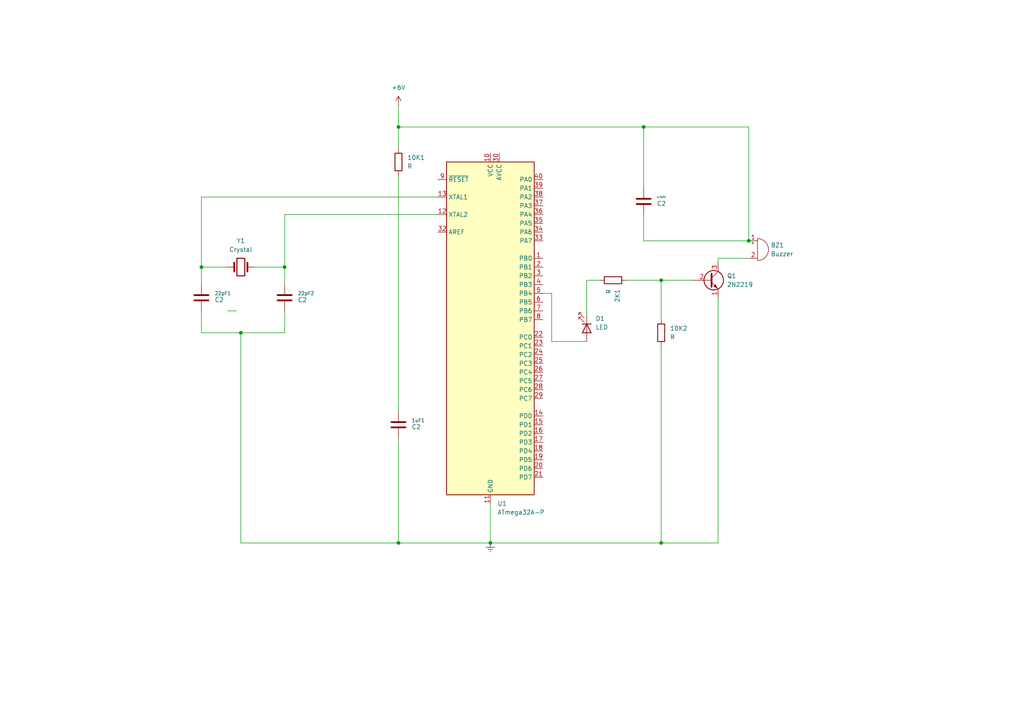
<source format=kicad_sch>
(kicad_sch (version 20211123) (generator eeschema)
  (paper "A4")
  (lib_symbols
    (symbol "Device:Buzzer" (pin_names (offset 0.0254) hide)
      (property "Reference" "BZ" (at 3.81 1.27 0))
      (property "Value" "Buzzer" (at 3.81 -1.27 0))
      (symbol "Buzzer_0_1"
        (arc (start 0 -3.175) (mid 3.175 0) (end 0 3.175))
        (polyline (pts (xy -1.651 1.905) (xy -1.143 1.905)))
        (polyline (pts (xy -1.397 2.159) (xy -1.397 1.651)))
        (polyline (pts (xy 0 3.175) (xy 0 -3.175)))
      )
      (symbol "Buzzer_1_1"
        (pin passive line (at -2.54 2.54 0) (length 2.54) (name "-") (number "1"))
        (pin passive line (at -2.54 -2.54 0) (length 2.54) (name "+") (number "2"))
      )
    )
    (symbol "Device:C" (pin_numbers hide) (pin_names (offset 0.254))
      (property "Reference" "C" (at 0.635 2.54 0))
      (property "Value" "C" (at 0.635 -2.54 0))
      (symbol "C_0_1"
        (polyline (pts (xy -2.032 -0.762) (xy 2.032 -0.762)) (stroke (width 0.508)))
        (polyline (pts (xy -2.032 0.762) (xy 2.032 0.762)) (stroke (width 0.508)))
      )
      (symbol "C_1_1"
        (pin passive line (at 0 3.81 270) (length 2.794) (name "~") (number "1"))
        (pin passive line (at 0 -3.81 90) (length 2.794) (name "~") (number "2"))
      )
    )
    (symbol "Device:Crystal" (pin_numbers hide) (pin_names (offset 1.016) hide)
      (property "Reference" "Y" (at 0 3.81 0))
      (property "Value" "Crystal" (at 0 -3.81 0))
      (symbol "Crystal_0_1"
        (rectangle (start -1.143 2.54) (end 1.143 -2.54) (stroke (width 0.3048)))
        (polyline (pts (xy -2.54 0) (xy -1.905 0)))
        (polyline (pts (xy -1.905 -1.27) (xy -1.905 1.27)) (stroke (width 0.508)))
        (polyline (pts (xy 1.905 -1.27) (xy 1.905 1.27)) (stroke (width 0.508)))
        (polyline (pts (xy 2.54 0) (xy 1.905 0)))
      )
      (symbol "Crystal_1_1"
        (pin passive line (at -3.81 0 0) (length 1.27) (name "1") (number "1"))
        (pin passive line (at 3.81 0 180) (length 1.27) (name "2") (number "2"))
      )
    )
    (symbol "Device:LED" (pin_numbers hide) (pin_names (offset 1.016) hide)
      (property "Reference" "D" (at 0 2.54 0))
      (property "Value" "LED" (at 0 -2.54 0))
      (symbol "LED_0_1"
        (polyline (pts (xy -1.27 -1.27) (xy -1.27 1.27)) (stroke (width 0.254)))
        (polyline (pts (xy -1.27 0) (xy 1.27 0)))
        (polyline (pts (xy 1.27 -1.27) (xy 1.27 1.27) (xy -1.27 0) (xy 1.27 -1.27)) (stroke (width 0.254)))
        (polyline (pts (xy -3.048 -0.762) (xy -4.572 -2.286) (xy -3.81 -2.286) (xy -4.572 -2.286) (xy -4.572 -1.524)))
        (polyline (pts (xy -1.778 -0.762) (xy -3.302 -2.286) (xy -2.54 -2.286) (xy -3.302 -2.286) (xy -3.302 -1.524)))
      )
      (symbol "LED_1_1"
        (pin passive line (at -3.81 0 0) (length 2.54) (name "K") (number "1"))
        (pin passive line (at 3.81 0 180) (length 2.54) (name "A") (number "2"))
      )
    )
    (symbol "Device:R" (pin_numbers hide) (pin_names (offset 0))
      (property "Reference" "R" (at 2.032 0 90))
      (property "Value" "R" (at 0 0 90))
      (symbol "R_0_1"
        (rectangle (start -1.016 -2.54) (end 1.016 2.54) (stroke (width 0.254)))
      )
      (symbol "R_1_1"
        (pin passive line (at 0 3.81 270) (length 1.27) (name "~") (number "1"))
        (pin passive line (at 0 -3.81 90) (length 1.27) (name "~") (number "2"))
      )
    )
    (symbol "MCU_Microchip_ATmega:ATmega32A-P"
      (property "Reference" "U" (at -12.7 49.53 0))
      (property "Value" "ATmega32A-P" (at 2.54 -49.53 0))
      (symbol "ATmega32A-P_0_1"
        (rectangle (start -12.7 -48.26) (end 12.7 48.26) (stroke (width 0.254)) (fill (type background)))
      )
      (symbol "ATmega32A-P_1_1"
        (pin bidirectional line (at 15.24 20.32 180) (length 2.54) (name "PB0") (number "1"))
        (pin power_in line (at 0 50.8 270) (length 2.54) (name "VCC") (number "10"))
        (pin power_in line (at 0 -50.8 90) (length 2.54) (name "GND") (number "11"))
        (pin output line (at -15.24 33.02 0) (length 2.54) (name "XTAL2") (number "12"))
        (pin input line (at -15.24 38.1 0) (length 2.54) (name "XTAL1") (number "13"))
        (pin bidirectional line (at 15.24 -25.4 180) (length 2.54) (name "PD0") (number "14"))
        (pin bidirectional line (at 15.24 -27.94 180) (length 2.54) (name "PD1") (number "15"))
        (pin bidirectional line (at 15.24 -30.48 180) (length 2.54) (name "PD2") (number "16"))
        (pin bidirectional line (at 15.24 -33.02 180) (length 2.54) (name "PD3") (number "17"))
        (pin bidirectional line (at 15.24 -35.56 180) (length 2.54) (name "PD4") (number "18"))
        (pin bidirectional line (at 15.24 -38.1 180) (length 2.54) (name "PD5") (number "19"))
        (pin bidirectional line (at 15.24 17.78 180) (length 2.54) (name "PB1") (number "2"))
        (pin bidirectional line (at 15.24 -40.64 180) (length 2.54) (name "PD6") (number "20"))
        (pin bidirectional line (at 15.24 -43.18 180) (length 2.54) (name "PD7") (number "21"))
        (pin bidirectional line (at 15.24 -2.54 180) (length 2.54) (name "PC0") (number "22"))
        (pin bidirectional line (at 15.24 -5.08 180) (length 2.54) (name "PC1") (number "23"))
        (pin bidirectional line (at 15.24 -7.62 180) (length 2.54) (name "PC2") (number "24"))
        (pin bidirectional line (at 15.24 -10.16 180) (length 2.54) (name "PC3") (number "25"))
        (pin bidirectional line (at 15.24 -12.7 180) (length 2.54) (name "PC4") (number "26"))
        (pin bidirectional line (at 15.24 -15.24 180) (length 2.54) (name "PC5") (number "27"))
        (pin bidirectional line (at 15.24 -17.78 180) (length 2.54) (name "PC6") (number "28"))
        (pin bidirectional line (at 15.24 -20.32 180) (length 2.54) (name "PC7") (number "29"))
        (pin bidirectional line (at 15.24 15.24 180) (length 2.54) (name "PB2") (number "3"))
        (pin power_in line (at 2.54 50.8 270) (length 2.54) (name "AVCC") (number "30"))
        (pin passive line (at 0 -50.8 90) (length 2.54) hide (name "GND") (number "31"))
        (pin passive line (at -15.24 27.94 0) (length 2.54) (name "AREF") (number "32"))
        (pin bidirectional line (at 15.24 25.4 180) (length 2.54) (name "PA7") (number "33"))
        (pin bidirectional line (at 15.24 27.94 180) (length 2.54) (name "PA6") (number "34"))
        (pin bidirectional line (at 15.24 30.48 180) (length 2.54) (name "PA5") (number "35"))
        (pin bidirectional line (at 15.24 33.02 180) (length 2.54) (name "PA4") (number "36"))
        (pin bidirectional line (at 15.24 35.56 180) (length 2.54) (name "PA3") (number "37"))
        (pin bidirectional line (at 15.24 38.1 180) (length 2.54) (name "PA2") (number "38"))
        (pin bidirectional line (at 15.24 40.64 180) (length 2.54) (name "PA1") (number "39"))
        (pin bidirectional line (at 15.24 12.7 180) (length 2.54) (name "PB3") (number "4"))
        (pin bidirectional line (at 15.24 43.18 180) (length 2.54) (name "PA0") (number "40"))
        (pin bidirectional line (at 15.24 10.16 180) (length 2.54) (name "PB4") (number "5"))
        (pin bidirectional line (at 15.24 7.62 180) (length 2.54) (name "PB5") (number "6"))
        (pin bidirectional line (at 15.24 5.08 180) (length 2.54) (name "PB6") (number "7"))
        (pin bidirectional line (at 15.24 2.54 180) (length 2.54) (name "PB7") (number "8"))
        (pin input line (at -15.24 43.18 0) (length 2.54) (name "~{RESET}") (number "9"))
      )
    )
    (symbol "Transistor_BJT:2N2219" (pin_names (offset 0) hide)
      (property "Reference" "Q" (at 5.08 1.905 0))
      (property "Value" "2N2219" (at 5.08 0 0))
      (symbol "2N2219_0_1"
        (polyline (pts (xy 0.635 0.635) (xy 2.54 2.54)))
        (polyline (pts (xy 0.635 -0.635) (xy 2.54 -2.54) (xy 2.54 -2.54)))
        (polyline (pts (xy 0.635 1.905) (xy 0.635 -1.905) (xy 0.635 -1.905)) (stroke (width 0.508)))
        (polyline (pts (xy 1.27 -1.778) (xy 1.778 -1.27) (xy 2.286 -2.286) (xy 1.27 -1.778) (xy 1.27 -1.778)) (fill (type outline)))
        (circle (center 1.27 0) (radius 2.8194) (stroke (width 0.254)))
      )
      (symbol "2N2219_1_1"
        (pin passive line (at 2.54 -5.08 90) (length 2.54) (name "E") (number "1"))
        (pin passive line (at -5.08 0 0) (length 5.715) (name "B") (number "2"))
        (pin passive line (at 2.54 5.08 270) (length 2.54) (name "C") (number "3"))
      )
    )
    (symbol "power:+6V" (power) (pin_names (offset 0))
      (property "Value" "+6V" (at 0 3.556 0))
      (symbol "+6V_0_1"
        (polyline (pts (xy -0.762 1.27) (xy 0 2.54)))
        (polyline (pts (xy 0 0) (xy 0 2.54)))
        (polyline (pts (xy 0 2.54) (xy 0.762 1.27)))
      )
      (symbol "+6V_1_1"
        (pin power_in line (at 0 0 90) (length 0) hide (name "+6V") (number "1"))
      )
    )
    (symbol "power:Earth" (power) (pin_names (offset 0))
      (symbol "Earth_0_1"
        (polyline (pts (xy -0.635 -1.905) (xy 0.635 -1.905)))
        (polyline (pts (xy -0.127 -2.54) (xy 0.127 -2.54)))
        (polyline (pts (xy 0 -1.27) (xy 0 0)))
        (polyline (pts (xy 1.27 -1.27) (xy -1.27 -1.27)))
      )
      (symbol "Earth_1_1"
        (pin power_in line (at 0 0 270) (length 0) hide (name "Earth") (number "1"))
      )
    )
  )
  (junction (at 191.77 81.28))
  (junction (at 186.69 36.83))
  (junction (at 58.42 77.47))
  (junction (at 191.77 157.48))
  (junction (at 115.57 157.48))
  (junction (at 82.55 77.47))
  (junction (at 115.57 36.83))
  (junction (at 142.24 157.48))
  (junction (at 69.85 96.52))
  (junction (at 217.17 69.85))
  (wire (pts (xy 191.77 100.33) (xy 191.77 157.48)))
  (wire (pts (xy 69.85 96.52) (xy 69.85 157.48)))
  (wire (pts (xy 82.55 77.47) (xy 82.55 82.55)))
  (wire (pts (xy 69.85 157.48) (xy 115.57 157.48)))
  (wire (pts (xy 58.42 96.52) (xy 69.85 96.52)))
  (wire (pts (xy 208.28 157.48) (xy 191.77 157.48)))
  (wire (pts (xy 58.42 90.17) (xy 58.42 96.52)))
  (wire (pts (xy 217.17 36.83) (xy 217.17 69.85)))
  (wire (pts (xy 82.55 96.52) (xy 82.55 90.17)))
  (wire (pts (xy 115.57 36.83) (xy 115.57 43.18)))
  (wire (pts (xy 208.28 76.2) (xy 208.28 74.93)))
  (wire (pts (xy 69.85 96.52) (xy 82.55 96.52)))
  (wire (pts (xy 58.42 77.47) (xy 66.04 77.47)))
  (wire (pts (xy 142.24 146.05) (xy 142.24 157.48)))
  (wire (pts (xy 186.69 36.83) (xy 186.69 54.61)))
  (wire (pts (xy 82.55 62.23) (xy 127 62.23)))
  (wire (pts (xy 186.69 69.85) (xy 217.17 69.85)))
  (wire (pts (xy 115.57 127) (xy 115.57 157.48)))
  (wire (pts (xy 170.18 81.28) (xy 170.18 91.44)))
  (wire (pts (xy 191.77 157.48) (xy 142.24 157.48)))
  (wire (pts (xy 115.57 50.8) (xy 115.57 119.38)))
  (wire (pts (xy 157.48 85.09) (xy 160.02 85.09)))
  (wire (pts (xy 208.28 74.93) (xy 217.17 74.93)))
  (wire (pts (xy 173.99 81.28) (xy 170.18 81.28)))
  (wire (pts (xy 58.42 57.15) (xy 127 57.15)))
  (wire (pts (xy 160.02 99.06) (xy 170.18 99.06)))
  (wire (pts (xy 66.04 90.17) (xy 68.58 90.17)))
  (wire (pts (xy 218.44 69.85) (xy 217.17 69.85)))
  (wire (pts (xy 58.42 77.47) (xy 58.42 57.15)))
  (wire (pts (xy 208.28 86.36) (xy 208.28 157.48)))
  (wire (pts (xy 73.66 77.47) (xy 82.55 77.47)))
  (wire (pts (xy 58.42 82.55) (xy 58.42 77.47)))
  (wire (pts (xy 115.57 157.48) (xy 142.24 157.48)))
  (wire (pts (xy 191.77 81.28) (xy 200.66 81.28)))
  (wire (pts (xy 115.57 30.48) (xy 115.57 36.83)))
  (wire (pts (xy 186.69 62.23) (xy 186.69 69.85)))
  (wire (pts (xy 191.77 92.71) (xy 191.77 81.28)))
  (wire (pts (xy 160.02 85.09) (xy 160.02 99.06)))
  (wire (pts (xy 82.55 77.47) (xy 82.55 62.23)))
  (wire (pts (xy 186.69 36.83) (xy 217.17 36.83)))
  (wire (pts (xy 115.57 36.83) (xy 186.69 36.83)))
  (wire (pts (xy 181.61 81.28) (xy 191.77 81.28)))
  (symbol (lib_id "Device:C") (at 115.57 123.19 0) (unit 1)
    (property "Reference" "1uF1" (at 119.38 121.92 0) (effects (font (size 1 1)) (justify left)))
    (property "Value" "C2" (at 119.38 123.8249 0) (effects (justify left)))
    (property "Footprint" "Capacitor_THT:CP_Radial_D10.0mm_P2.50mm" (effects hide))
  )
  (symbol (lib_id "Device:R") (at 191.77 96.52 0) (unit 1)
    (property "Reference" "10K2" (at 194.31 95.2499 0) (effects (justify left)))
    (property "Value" "R" (at 194.31 97.7899 0) (effects (justify left)))
    (property "Footprint" "Resistor_THT:R_Axial_DIN0411_L9.9mm_D3.6mm_P5.08mm_Vertical" (effects hide))
  )
  (symbol (lib_id "power:Earth") (at 142.24 157.48 0) (unit 1)
    (property "Reference" "#PWR02" (effects hide))
    (property "Value" "Earth" (effects hide))
  )
  (symbol (lib_id "Transistor_BJT:2N2219") (at 205.74 81.28 0) (unit 1)
    (property "Reference" "Q1" (at 210.82 80.0099 0) (effects (justify left)))
    (property "Value" "2N2219" (at 210.82 82.5499 0) (effects (justify left)))
    (property "Footprint" "Package_TO_SOT_THT:TO-39-3" (effects hide))
    (property "Datasheet" "http://www.onsemi.com/pub_link/Collateral/2N2219-D.PDF" (effects hide))
  )
  (symbol (lib_id "Device:LED") (at 170.18 95.25 270) (unit 1)
    (property "Reference" "D1" (at 172.72 92.3924 90) (effects (justify left)))
    (property "Value" "LED" (at 172.72 94.9324 90) (effects (justify left)))
    (property "Footprint" "LED_THT:LED_D3.0mm" (effects hide))
  )
  (symbol (lib_id "Device:C") (at 186.69 58.42 0) (unit 1)
    (property "Reference" "4.7uF1" (at 190.5 57.15 0) (effects (font (size 0.5 0.5)) (justify left)))
    (property "Value" "C2" (at 190.5 59.0549 0) (effects (justify left)))
    (property "Footprint" "Capacitor_THT:CP_Radial_D10.0mm_P2.50mm" (effects hide))
  )
  (symbol (lib_id "Device:R") (at 115.57 46.99 0) (unit 1)
    (property "Reference" "10K1" (at 118.11 45.7199 0) (effects (justify left)))
    (property "Value" "R" (at 118.11 48.2599 0) (effects (justify left)))
    (property "Footprint" "Resistor_THT:R_Axial_DIN0411_L9.9mm_D3.6mm_P5.08mm_Vertical" (effects hide))
  )
  (symbol (lib_id "Device:R") (at 177.8 81.28 270) (unit 1)
    (property "Reference" "2K1" (at 179.0701 83.82 0) (effects (justify left)))
    (property "Value" "R" (at 176.5301 83.82 0) (effects (justify left)))
    (property "Footprint" "Resistor_THT:R_Axial_DIN0411_L9.9mm_D3.6mm_P5.08mm_Vertical" (effects hide))
  )
  (symbol (lib_id "MCU_Microchip_ATmega:ATmega32A-P") (at 142.24 95.25 0) (unit 1)
    (property "Reference" "U1" (at 144.2594 146.05 0) (effects (justify left)))
    (property "Value" "ATmega32A-P" (at 144.2594 148.59 0) (effects (justify left)))
    (property "Footprint" "Package_DIP:DIP-40_W15.24mm" (effects hide))
    (property "Datasheet" "http://ww1.microchip.com/downloads/en/DeviceDoc/atmel-8155-8-bit-microcontroller-avr-atmega32a_datasheet.pdf" (effects hide))
  )
  (symbol (lib_id "Device:Buzzer") (at 219.71 72.39 0) (unit 1)
    (property "Reference" "BZ1" (at 223.52 71.1199 0) (effects (justify left)))
    (property "Value" "Buzzer" (at 223.52 73.6599 0) (effects (justify left)))
    (property "Footprint" "Buzzer_Beeper:Buzzer_12x9.5RM7.6" (effects hide))
  )
  (symbol (lib_id "Device:Crystal") (at 69.85 77.47 0) (unit 1)
    (property "Reference" "Y1" (at 69.85 69.85 0))
    (property "Value" "Crystal" (at 69.85 72.39 0))
    (property "Footprint" "Crystal:Crystal_DS10_D1.0mm_L4.3mm_Vertical" (effects hide))
  )
  (symbol (lib_id "Device:C") (at 82.55 86.36 0) (unit 1)
    (property "Reference" "22pF2" (at 86.36 85.09 0) (effects (font (size 1 1)) (justify left)))
    (property "Value" "C2" (at 86.36 86.9949 0) (effects (justify left)))
    (property "Footprint" "Capacitor_THT:CP_Radial_D10.0mm_P2.50mm" (effects hide))
  )
  (symbol (lib_id "power:+6V") (at 115.57 30.48 0) (unit 1)
    (property "Reference" "#PWR01" (effects hide))
    (property "Value" "+6V" (at 115.57 25.4 0))
  )
  (symbol (lib_id "Device:C") (at 58.42 86.36 0) (unit 1)
    (property "Reference" "22pF1" (at 62.23 85.09 0) (effects (font (size 1 1)) (justify left)))
    (property "Value" "C2" (at 62.23 86.9949 0) (effects (justify left)))
    (property "Footprint" "Capacitor_THT:CP_Radial_D10.0mm_P2.50mm" (effects hide))
  )
)
</source>
